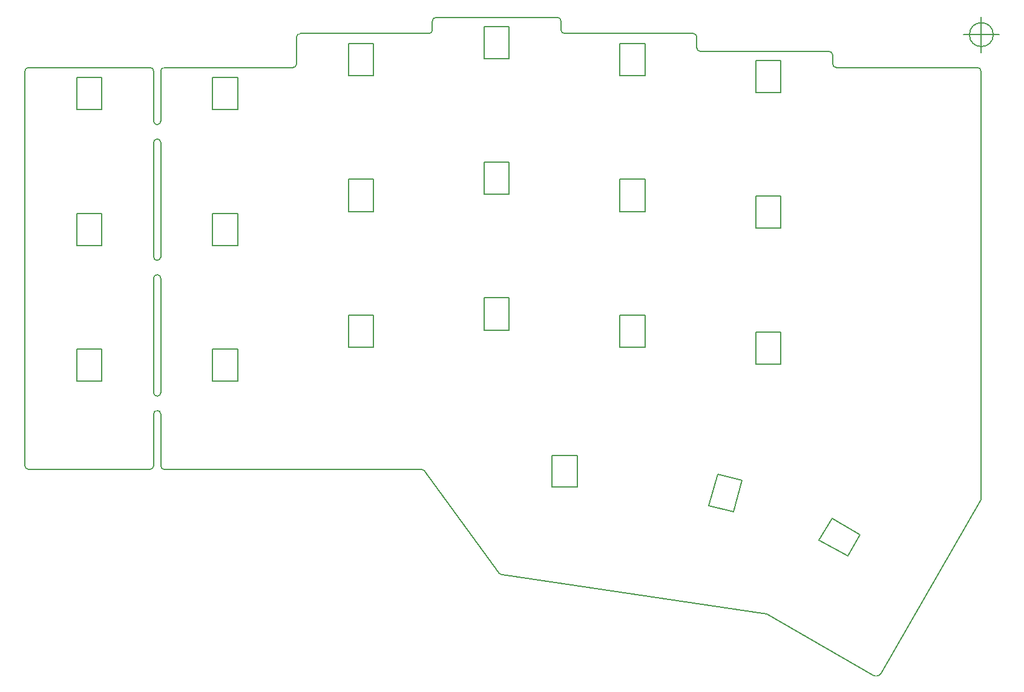
<source format=gbr>
G04 #@! TF.GenerationSoftware,KiCad,Pcbnew,(5.1.4)-1*
G04 #@! TF.CreationDate,2023-05-14T15:43:17-04:00*
G04 #@! TF.ProjectId,corne-classic,636f726e-652d-4636-9c61-737369632e6b,1.1*
G04 #@! TF.SameCoordinates,Original*
G04 #@! TF.FileFunction,Profile,NP*
%FSLAX46Y46*%
G04 Gerber Fmt 4.6, Leading zero omitted, Abs format (unit mm)*
G04 Created by KiCad (PCBNEW (5.1.4)-1) date 2023-05-14 15:43:17*
%MOMM*%
%LPD*%
G04 APERTURE LIST*
%ADD10C,0.150000*%
G04 APERTURE END LIST*
D10*
X196466666Y-63400000D02*
G75*
G03X196466666Y-63400000I-1666666J0D01*
G01*
X192300000Y-63400000D02*
X197300000Y-63400000D01*
X194800000Y-60900000D02*
X194800000Y-65900000D01*
X174000000Y-66250000D02*
X174000000Y-67500000D01*
X174000000Y-66250000D02*
G75*
G03X173500000Y-65750000I-500000J0D01*
G01*
X174000000Y-67500000D02*
G75*
G03X174500000Y-68000000I500000J0D01*
G01*
X194250000Y-68000000D02*
X174500000Y-68000000D01*
X179570000Y-153030000D02*
G75*
G03X180800000Y-152800000I500000J730000D01*
G01*
X127396447Y-138853553D02*
G75*
G03X127750000Y-139000000I353553J353553D01*
G01*
X116853553Y-124396447D02*
G75*
G03X116500000Y-124250000I-353553J-353553D01*
G01*
X116850000Y-124400000D02*
X127400000Y-138850000D01*
X61000000Y-123750000D02*
G75*
G03X61500000Y-124250000I500000J0D01*
G01*
X61500000Y-68000000D02*
G75*
G03X61000000Y-68500000I0J-500000D01*
G01*
X78500000Y-124250000D02*
G75*
G03X79000000Y-123750000I0J500000D01*
G01*
X80000000Y-123750000D02*
G75*
G03X80500000Y-124250000I500000J0D01*
G01*
X79500000Y-116000000D02*
G75*
G03X79000000Y-116500000I0J-500000D01*
G01*
X80000000Y-116500000D02*
G75*
G03X79500000Y-116000000I-500000J0D01*
G01*
X79500000Y-114000000D02*
G75*
G03X80000000Y-113500000I0J500000D01*
G01*
X79000000Y-113500000D02*
G75*
G03X79500000Y-114000000I500000J0D01*
G01*
X79500000Y-97000000D02*
G75*
G03X79000000Y-97500000I0J-500000D01*
G01*
X80000000Y-97500000D02*
G75*
G03X79500000Y-97000000I-500000J0D01*
G01*
X79000000Y-94500000D02*
G75*
G03X79500000Y-95000000I500000J0D01*
G01*
X79500000Y-95000000D02*
G75*
G03X80000000Y-94500000I0J500000D01*
G01*
X79000000Y-68500000D02*
G75*
G03X78500000Y-68000000I-500000J0D01*
G01*
X80500000Y-68000000D02*
G75*
G03X80000000Y-68500000I0J-500000D01*
G01*
X80000000Y-78500000D02*
G75*
G03X79500000Y-78000000I-500000J0D01*
G01*
X79500000Y-78000000D02*
G75*
G03X79000000Y-78500000I0J-500000D01*
G01*
X79500000Y-76000000D02*
G75*
G03X80000000Y-75500000I0J500000D01*
G01*
X79000000Y-75500000D02*
G75*
G03X79500000Y-76000000I500000J0D01*
G01*
X98500000Y-68000000D02*
G75*
G03X99000000Y-67500000I0J500000D01*
G01*
X99500000Y-63250000D02*
G75*
G03X99000000Y-63750000I0J-500000D01*
G01*
X117500000Y-63250000D02*
G75*
G03X118000000Y-62750000I0J500000D01*
G01*
X118500000Y-61000000D02*
G75*
G03X118000000Y-61500000I0J-500000D01*
G01*
X136000000Y-61500000D02*
G75*
G03X135500000Y-61000000I-500000J0D01*
G01*
X136000000Y-62750000D02*
G75*
G03X136500000Y-63250000I500000J0D01*
G01*
X155000000Y-63750000D02*
G75*
G03X154500000Y-63250000I-500000J0D01*
G01*
X155000000Y-65250000D02*
G75*
G03X155500000Y-65750000I500000J0D01*
G01*
X194750000Y-68500000D02*
G75*
G03X194250000Y-68000000I-500000J0D01*
G01*
X180800000Y-152800000D02*
X194750000Y-128500000D01*
X164750000Y-144500000D02*
X179570000Y-153030000D01*
X127750000Y-139000000D02*
X164750000Y-144500000D01*
X138250000Y-122300000D02*
X134750000Y-122300000D01*
X194750000Y-68500000D02*
X194750000Y-128500000D01*
X79000000Y-123750000D02*
X79000000Y-116500000D01*
X116500000Y-124250000D02*
X80500000Y-124250000D01*
X80000000Y-116500000D02*
X80000000Y-123750000D01*
X79000000Y-113500000D02*
X79000000Y-97500000D01*
X80000000Y-97500000D02*
X80000000Y-113500000D01*
X80000000Y-94500000D02*
X80000000Y-78500000D01*
X79000000Y-78500000D02*
X79000000Y-94500000D01*
X78500000Y-68000000D02*
X61500000Y-68000000D01*
X80000000Y-75500000D02*
X80000000Y-68500000D01*
X79000000Y-68500000D02*
X79000000Y-75500000D01*
X173900000Y-131100000D02*
X172100000Y-134200000D01*
X177800000Y-133400000D02*
X173900000Y-131100000D01*
X176100000Y-136400000D02*
X177800000Y-133400000D01*
X172100000Y-134200000D02*
X176100000Y-136400000D01*
X161300000Y-125800000D02*
X157900000Y-124900000D01*
X160100000Y-130200000D02*
X161300000Y-125800000D01*
X156700000Y-129300000D02*
X160100000Y-130200000D01*
X157900000Y-124900000D02*
X156700000Y-129300000D01*
X138250000Y-126750000D02*
X138250000Y-122300000D01*
X134750000Y-126750000D02*
X138250000Y-126750000D01*
X134750000Y-122350000D02*
X134750000Y-126750000D01*
X166750000Y-105000000D02*
X163250000Y-105000000D01*
X166750000Y-109500000D02*
X166750000Y-105000000D01*
X163250000Y-109500000D02*
X166750000Y-109500000D01*
X163250000Y-105000000D02*
X163250000Y-109500000D01*
X147750000Y-102650000D02*
X144250000Y-102650000D01*
X147750000Y-107150000D02*
X147750000Y-102650000D01*
X144250000Y-107150000D02*
X147750000Y-107150000D01*
X144250000Y-102650000D02*
X144250000Y-107100000D01*
X128750000Y-100250000D02*
X125250000Y-100250000D01*
X128750000Y-104750000D02*
X128750000Y-100300000D01*
X125250000Y-104750000D02*
X128750000Y-104750000D01*
X125250000Y-100300000D02*
X125250000Y-104750000D01*
X109750000Y-102650000D02*
X106250000Y-102650000D01*
X109750000Y-107150000D02*
X109750000Y-102650000D01*
X106250000Y-107150000D02*
X109750000Y-107150000D01*
X106250000Y-102650000D02*
X106250000Y-107100000D01*
X166750000Y-86000000D02*
X163250000Y-86000000D01*
X166750000Y-90500000D02*
X166750000Y-86000000D01*
X163250000Y-90500000D02*
X166750000Y-90500000D01*
X163250000Y-86000000D02*
X163250000Y-90500000D01*
X147750000Y-83650000D02*
X144250000Y-83650000D01*
X147750000Y-88150000D02*
X147750000Y-83650000D01*
X144250000Y-88150000D02*
X147750000Y-88150000D01*
X144250000Y-83650000D02*
X144250000Y-88100000D01*
X128750000Y-81250000D02*
X125250000Y-81250000D01*
X128750000Y-85750000D02*
X128750000Y-81300000D01*
X125250000Y-85750000D02*
X128750000Y-85750000D01*
X125250000Y-81300000D02*
X125250000Y-85750000D01*
X109750000Y-83650000D02*
X106250000Y-83650000D01*
X109750000Y-88150000D02*
X109750000Y-83650000D01*
X106250000Y-88150000D02*
X109750000Y-88150000D01*
X106250000Y-83650000D02*
X106250000Y-88100000D01*
X166750000Y-67000000D02*
X163250000Y-67000000D01*
X166750000Y-71500000D02*
X166750000Y-67000000D01*
X163250000Y-71500000D02*
X166750000Y-71500000D01*
X163250000Y-67000000D02*
X163250000Y-71500000D01*
X147750000Y-64650000D02*
X144250000Y-64650000D01*
X147750000Y-69150000D02*
X147750000Y-64650000D01*
X144250000Y-69150000D02*
X147750000Y-69150000D01*
X144250000Y-64650000D02*
X144250000Y-69100000D01*
X128750000Y-62250000D02*
X125250000Y-62250000D01*
X128750000Y-66750000D02*
X128750000Y-62250000D01*
X125250000Y-66750000D02*
X128750000Y-66750000D01*
X125250000Y-62250000D02*
X125250000Y-66700000D01*
X109750000Y-64650000D02*
X106250000Y-64650000D01*
X109750000Y-69150000D02*
X109750000Y-64650000D01*
X106250000Y-69150000D02*
X109750000Y-69150000D01*
X106250000Y-64650000D02*
X106250000Y-69100000D01*
X90750000Y-107400000D02*
X87250000Y-107400000D01*
X90750000Y-111900000D02*
X90750000Y-107400000D01*
X87250000Y-111900000D02*
X90750000Y-111900000D01*
X87250000Y-107400000D02*
X87250000Y-111900000D01*
X71750000Y-107400000D02*
X68250000Y-107400000D01*
X71750000Y-111900000D02*
X71750000Y-107400000D01*
X68250000Y-111900000D02*
X71750000Y-111900000D01*
X68250000Y-107400000D02*
X68250000Y-111900000D01*
X90750000Y-88400000D02*
X87250000Y-88400000D01*
X90750000Y-92900000D02*
X90750000Y-88400000D01*
X87250000Y-92900000D02*
X90750000Y-92900000D01*
X87250000Y-88400000D02*
X87250000Y-92900000D01*
X71750000Y-88400000D02*
X68250000Y-88400000D01*
X71750000Y-92900000D02*
X71750000Y-88400000D01*
X68250000Y-92900000D02*
X71750000Y-92900000D01*
X68250000Y-88400000D02*
X68250000Y-92900000D01*
X90750000Y-69400000D02*
X87250000Y-69400000D01*
X90750000Y-73900000D02*
X90750000Y-69400000D01*
X87250000Y-73900000D02*
X90750000Y-73900000D01*
X87250000Y-69400000D02*
X87250000Y-73900000D01*
X71750000Y-69400000D02*
X68250000Y-69400000D01*
X71750000Y-73900000D02*
X71750000Y-69400000D01*
X68250000Y-73900000D02*
X71750000Y-73900000D01*
X68250000Y-69400000D02*
X68250000Y-73900000D01*
X61500000Y-124250000D02*
X78500000Y-124250000D01*
X61000000Y-68500000D02*
X61000000Y-123750000D01*
X98500000Y-68000000D02*
X80500000Y-68000000D01*
X99000000Y-63750000D02*
X99000000Y-67500000D01*
X117500000Y-63250000D02*
X99500000Y-63250000D01*
X118000000Y-61500000D02*
X118000000Y-62750000D01*
X135500000Y-61000000D02*
X118500000Y-61000000D01*
X136000000Y-62750000D02*
X136000000Y-61500000D01*
X154500000Y-63250000D02*
X136500000Y-63250000D01*
X155000000Y-65250000D02*
X155000000Y-63750000D01*
X173500000Y-65750000D02*
X155500000Y-65750000D01*
M02*

</source>
